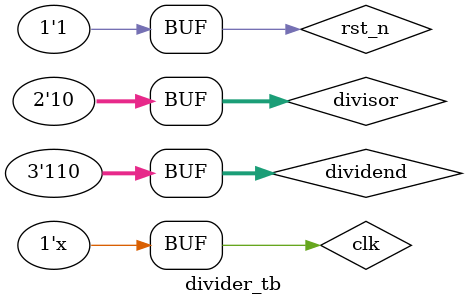
<source format=sv>

module divider (
    input clk, rst_n,
    input logic [2:0] dividend,
    input logic [1:0] divisor,
    output logic [2:0] q,
    output logic [1:0] remainder
  );
  logic [2:0] sub[2:0];
  logic [2:0] sel[1:0];
  logic [2:0] sub_2[2:0];
  logic [2:0] sel_2[1:0];
  logic [2:0] individend, individend_2;
  logic [1:0] indivisor, indivisor_2, indivisor_3;
  logic [2:0] q_3;
  logic [1:0] remainder_3;

  always_ff @( posedge clk, negedge rst_n )
  begin
    if (!rst_n)
    begin  //assign value to register
      sub_2[0]   <= 'b0;
      sub_2[1]   <= 'b0;
      sub_2[2]   <= 'b0;
      sel_2[0]   <= 'b0;
      sel_2[1]   <= 'b0;
      sel_2[2]   <= 'b0;
      individend <= 'b0;
      individend_2 <= 'b0;
      indivisor <= 'b0;
      indivisor_2 <= 'b0;
      indivisor_3 <= 'b0;
    end
    else
    begin
      sub_2[0]   <= sub[0];
      sub_2[1]   <= sub[1];
      sub_2[2]   <= sub[2];
      sel_2[0]   <= sel[0];
      sel_2[1]   <= sel[1];
      sel_2[2]   <= sel[2];
      individend <= dividend;
      individend_2 <= individend;
      indivisor <= divisor;
      indivisor_2 <= indivisor;
      indivisor_3 <= indivisor_2;
    end
  end

  //layer 1
  assign sub[2] = {2'b00,individend[2]}-{1'b0,indivisor};
  assign sel[1] = (sub[2][2])?{1'b0,individend[2:1]}:{sub[2][1:0],individend[1]};

  //layer 2
  assign sub[1] = sel_2[1]-{1'b0,indivisor_2};
  assign sel[0] = (sub_2[1][2])?{sel_2[1][1:0],individend_2[0]}:{sub_2[1][1:0],individend_2[0]};

  //layer 3
  assign sub[0] = sel_2[0]-{1'b0,indivisor_3};

  assign remainder_3 = (sub_2[0][2])?sel_2[0][1:0]:sub_2[0][1:0];
  assign q_3[2] = ~sub_2[2][2];
  assign q_3[1] = ~sub_2[1][2];
  assign q_3[0] = ~sub_2[0][2];

  //output
  assign remainder = remainder_3;
  assign q = q_3;

endmodule


//testbench
module divider_tb ();

  // Define signals for the testbench
  logic clk, rst_n;
  logic [2:0] dividend;
  logic [1:0] divisor;
  logic [2:0] q;
  logic [1:0] remainder;

  // Instantiate the adder
  divider DUT (clk, rst_n, dividend, divisor, q, remainder);

  // Initialize test vectors in an initial block
  initial
  begin
    dividend = 3'b110;
    divisor = 2'b10;
    clk = 0;
    rst_n = 1;
  end

  always
  begin
    #5;
    clk=~clk;
  end

endmodule





</source>
